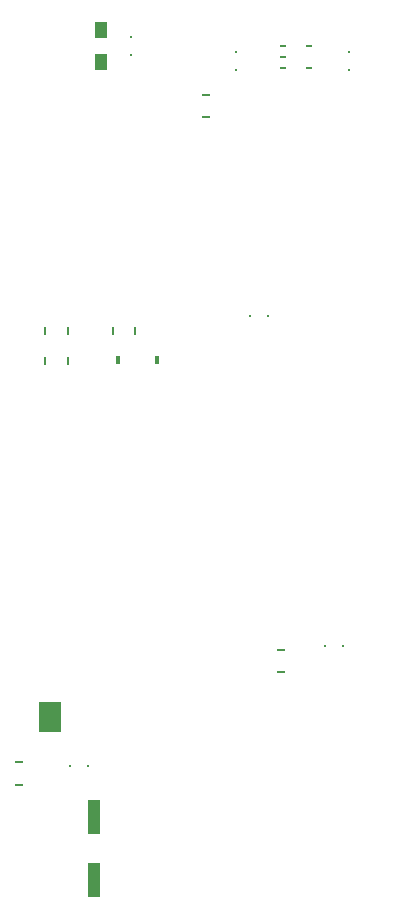
<source format=gbr>
G04 #@! TF.FileFunction,Paste,Top*
%FSLAX46Y46*%
G04 Gerber Fmt 4.6, Leading zero omitted, Abs format (unit mm)*
G04 Created by KiCad (PCBNEW 4.0.6) date Wednesday, July 12, 2017 'PMt' 01:28:44 PM*
%MOMM*%
%LPD*%
G01*
G04 APERTURE LIST*
%ADD10C,0.100000*%
%ADD11R,0.242000X0.292000*%
%ADD12R,0.292000X0.242000*%
%ADD13R,1.092000X2.992000*%
%ADD14R,0.392000X0.692000*%
%ADD15R,0.192000X0.792000*%
%ADD16R,0.792000X0.192000*%
%ADD17R,0.992000X0.092000*%
%ADD18R,1.042000X0.092000*%
%ADD19R,0.552000X0.142000*%
%ADD20R,0.992000X1.442000*%
%ADD21R,1.692000X0.092000*%
%ADD22R,1.892000X2.592000*%
G04 APERTURE END LIST*
D10*
D11*
X160655000Y-52590000D03*
X160655000Y-54090000D03*
X169545000Y-55360000D03*
X169545000Y-53860000D03*
X179070000Y-53860000D03*
X179070000Y-55360000D03*
D12*
X156960000Y-114300000D03*
X155460000Y-114300000D03*
D13*
X157480000Y-118585000D03*
X157480000Y-123985000D03*
D14*
X159514000Y-79883000D03*
X162814000Y-79883000D03*
D15*
X160970000Y-77470000D03*
X159070000Y-77470000D03*
D16*
X167005000Y-57470000D03*
X167005000Y-59370000D03*
X151130000Y-113985000D03*
X151130000Y-115885000D03*
D17*
X177005000Y-106045000D03*
X177005000Y-107315000D03*
X177005000Y-108585000D03*
X177005000Y-109855000D03*
X177005000Y-111125000D03*
X177005000Y-112395000D03*
X177005000Y-113665000D03*
X177005000Y-114935000D03*
X182405000Y-114935000D03*
X182405000Y-113665000D03*
X182405000Y-112395000D03*
X182405000Y-111125000D03*
X182405000Y-109855000D03*
X182405000Y-108585000D03*
X182405000Y-107315000D03*
X182405000Y-106045000D03*
D18*
X173355000Y-81915000D03*
X173355000Y-80645000D03*
X173355000Y-79375000D03*
X173355000Y-78105000D03*
X167955000Y-78105000D03*
X167955000Y-79375000D03*
X167955000Y-80645000D03*
X167955000Y-81915000D03*
D19*
X173525000Y-53340000D03*
X173525000Y-54290000D03*
X173525000Y-55240000D03*
X175725000Y-55240000D03*
X175725000Y-53340000D03*
D12*
X177050000Y-104140000D03*
X178550000Y-104140000D03*
X170700000Y-76200000D03*
X172200000Y-76200000D03*
D20*
X158115000Y-51965000D03*
X158115000Y-54715000D03*
D16*
X173355000Y-106360000D03*
X173355000Y-104460000D03*
D15*
X153355000Y-80010000D03*
X155255000Y-80010000D03*
X153355000Y-77470000D03*
X155255000Y-77470000D03*
D21*
X156397000Y-108204000D03*
X151197000Y-108204000D03*
X156397000Y-109474000D03*
X151197000Y-109474000D03*
X156397000Y-110744000D03*
X151197000Y-110744000D03*
X156397000Y-112014000D03*
X151197000Y-112014000D03*
D22*
X153797000Y-110109000D03*
M02*

</source>
